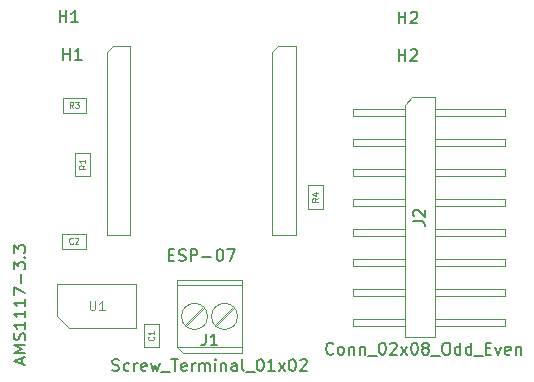
<source format=gbr>
G04 #@! TF.GenerationSoftware,KiCad,Pcbnew,(6.0.10-0)*
G04 #@! TF.CreationDate,2023-01-01T02:05:10-05:00*
G04 #@! TF.ProjectId,8CT-PowerMeter,3843542d-506f-4776-9572-4d657465722e,rev?*
G04 #@! TF.SameCoordinates,Original*
G04 #@! TF.FileFunction,AssemblyDrawing,Top*
%FSLAX46Y46*%
G04 Gerber Fmt 4.6, Leading zero omitted, Abs format (unit mm)*
G04 Created by KiCad (PCBNEW (6.0.10-0)) date 2023-01-01 02:05:10*
%MOMM*%
%LPD*%
G01*
G04 APERTURE LIST*
%ADD10C,0.080000*%
%ADD11C,0.150000*%
%ADD12C,0.120000*%
%ADD13C,0.100000*%
G04 APERTURE END LIST*
D10*
X139166666Y-86478571D02*
X139142857Y-86502380D01*
X139071428Y-86526190D01*
X139023809Y-86526190D01*
X138952380Y-86502380D01*
X138904761Y-86454761D01*
X138880952Y-86407142D01*
X138857142Y-86311904D01*
X138857142Y-86240476D01*
X138880952Y-86145238D01*
X138904761Y-86097619D01*
X138952380Y-86050000D01*
X139023809Y-86026190D01*
X139071428Y-86026190D01*
X139142857Y-86050000D01*
X139166666Y-86073809D01*
X139357142Y-86073809D02*
X139380952Y-86050000D01*
X139428571Y-86026190D01*
X139547619Y-86026190D01*
X139595238Y-86050000D01*
X139619047Y-86073809D01*
X139642857Y-86121428D01*
X139642857Y-86169047D01*
X139619047Y-86240476D01*
X139333333Y-86526190D01*
X139642857Y-86526190D01*
X139216666Y-75026190D02*
X139050000Y-74788095D01*
X138930952Y-75026190D02*
X138930952Y-74526190D01*
X139121428Y-74526190D01*
X139169047Y-74550000D01*
X139192857Y-74573809D01*
X139216666Y-74621428D01*
X139216666Y-74692857D01*
X139192857Y-74740476D01*
X139169047Y-74764285D01*
X139121428Y-74788095D01*
X138930952Y-74788095D01*
X139383333Y-74526190D02*
X139692857Y-74526190D01*
X139526190Y-74716666D01*
X139597619Y-74716666D01*
X139645238Y-74740476D01*
X139669047Y-74764285D01*
X139692857Y-74811904D01*
X139692857Y-74930952D01*
X139669047Y-74978571D01*
X139645238Y-75002380D01*
X139597619Y-75026190D01*
X139454761Y-75026190D01*
X139407142Y-75002380D01*
X139383333Y-74978571D01*
X159944190Y-82658333D02*
X159706095Y-82825000D01*
X159944190Y-82944047D02*
X159444190Y-82944047D01*
X159444190Y-82753571D01*
X159468000Y-82705952D01*
X159491809Y-82682142D01*
X159539428Y-82658333D01*
X159610857Y-82658333D01*
X159658476Y-82682142D01*
X159682285Y-82705952D01*
X159706095Y-82753571D01*
X159706095Y-82944047D01*
X159610857Y-82229761D02*
X159944190Y-82229761D01*
X159420380Y-82348809D02*
X159777523Y-82467857D01*
X159777523Y-82158333D01*
X140226190Y-79883333D02*
X139988095Y-80050000D01*
X140226190Y-80169047D02*
X139726190Y-80169047D01*
X139726190Y-79978571D01*
X139750000Y-79930952D01*
X139773809Y-79907142D01*
X139821428Y-79883333D01*
X139892857Y-79883333D01*
X139940476Y-79907142D01*
X139964285Y-79930952D01*
X139988095Y-79978571D01*
X139988095Y-80169047D01*
X140226190Y-79407142D02*
X140226190Y-79692857D01*
X140226190Y-79550000D02*
X139726190Y-79550000D01*
X139797619Y-79597619D01*
X139845238Y-79645238D01*
X139869047Y-79692857D01*
D11*
X134866666Y-96650000D02*
X134866666Y-96173809D01*
X135152380Y-96745238D02*
X134152380Y-96411904D01*
X135152380Y-96078571D01*
X135152380Y-95745238D02*
X134152380Y-95745238D01*
X134866666Y-95411904D01*
X134152380Y-95078571D01*
X135152380Y-95078571D01*
X135104761Y-94650000D02*
X135152380Y-94507142D01*
X135152380Y-94269047D01*
X135104761Y-94173809D01*
X135057142Y-94126190D01*
X134961904Y-94078571D01*
X134866666Y-94078571D01*
X134771428Y-94126190D01*
X134723809Y-94173809D01*
X134676190Y-94269047D01*
X134628571Y-94459523D01*
X134580952Y-94554761D01*
X134533333Y-94602380D01*
X134438095Y-94650000D01*
X134342857Y-94650000D01*
X134247619Y-94602380D01*
X134200000Y-94554761D01*
X134152380Y-94459523D01*
X134152380Y-94221428D01*
X134200000Y-94078571D01*
X135152380Y-93126190D02*
X135152380Y-93697619D01*
X135152380Y-93411904D02*
X134152380Y-93411904D01*
X134295238Y-93507142D01*
X134390476Y-93602380D01*
X134438095Y-93697619D01*
X135152380Y-92173809D02*
X135152380Y-92745238D01*
X135152380Y-92459523D02*
X134152380Y-92459523D01*
X134295238Y-92554761D01*
X134390476Y-92650000D01*
X134438095Y-92745238D01*
X135152380Y-91221428D02*
X135152380Y-91792857D01*
X135152380Y-91507142D02*
X134152380Y-91507142D01*
X134295238Y-91602380D01*
X134390476Y-91697619D01*
X134438095Y-91792857D01*
X134152380Y-90888095D02*
X134152380Y-90221428D01*
X135152380Y-90650000D01*
X134771428Y-89840476D02*
X134771428Y-89078571D01*
X134152380Y-88697619D02*
X134152380Y-88078571D01*
X134533333Y-88411904D01*
X134533333Y-88269047D01*
X134580952Y-88173809D01*
X134628571Y-88126190D01*
X134723809Y-88078571D01*
X134961904Y-88078571D01*
X135057142Y-88126190D01*
X135104761Y-88173809D01*
X135152380Y-88269047D01*
X135152380Y-88554761D01*
X135104761Y-88650000D01*
X135057142Y-88697619D01*
X135057142Y-87650000D02*
X135104761Y-87602380D01*
X135152380Y-87650000D01*
X135104761Y-87697619D01*
X135057142Y-87650000D01*
X135152380Y-87650000D01*
X134152380Y-87269047D02*
X134152380Y-86650000D01*
X134533333Y-86983333D01*
X134533333Y-86840476D01*
X134580952Y-86745238D01*
X134628571Y-86697619D01*
X134723809Y-86650000D01*
X134961904Y-86650000D01*
X135057142Y-86697619D01*
X135104761Y-86745238D01*
X135152380Y-86840476D01*
X135152380Y-87126190D01*
X135104761Y-87221428D01*
X135057142Y-87269047D01*
D12*
X140590476Y-91361904D02*
X140590476Y-92009523D01*
X140628571Y-92085714D01*
X140666666Y-92123809D01*
X140742857Y-92161904D01*
X140895238Y-92161904D01*
X140971428Y-92123809D01*
X141009523Y-92085714D01*
X141047619Y-92009523D01*
X141047619Y-91361904D01*
X141847619Y-92161904D02*
X141390476Y-92161904D01*
X141619047Y-92161904D02*
X141619047Y-91361904D01*
X141542857Y-91476190D01*
X141466666Y-91552380D01*
X141390476Y-91590476D01*
D11*
X142505904Y-97236761D02*
X142648761Y-97284380D01*
X142886857Y-97284380D01*
X142982095Y-97236761D01*
X143029714Y-97189142D01*
X143077333Y-97093904D01*
X143077333Y-96998666D01*
X143029714Y-96903428D01*
X142982095Y-96855809D01*
X142886857Y-96808190D01*
X142696380Y-96760571D01*
X142601142Y-96712952D01*
X142553523Y-96665333D01*
X142505904Y-96570095D01*
X142505904Y-96474857D01*
X142553523Y-96379619D01*
X142601142Y-96332000D01*
X142696380Y-96284380D01*
X142934476Y-96284380D01*
X143077333Y-96332000D01*
X143934476Y-97236761D02*
X143839238Y-97284380D01*
X143648761Y-97284380D01*
X143553523Y-97236761D01*
X143505904Y-97189142D01*
X143458285Y-97093904D01*
X143458285Y-96808190D01*
X143505904Y-96712952D01*
X143553523Y-96665333D01*
X143648761Y-96617714D01*
X143839238Y-96617714D01*
X143934476Y-96665333D01*
X144363047Y-97284380D02*
X144363047Y-96617714D01*
X144363047Y-96808190D02*
X144410666Y-96712952D01*
X144458285Y-96665333D01*
X144553523Y-96617714D01*
X144648761Y-96617714D01*
X145363047Y-97236761D02*
X145267809Y-97284380D01*
X145077333Y-97284380D01*
X144982095Y-97236761D01*
X144934476Y-97141523D01*
X144934476Y-96760571D01*
X144982095Y-96665333D01*
X145077333Y-96617714D01*
X145267809Y-96617714D01*
X145363047Y-96665333D01*
X145410666Y-96760571D01*
X145410666Y-96855809D01*
X144934476Y-96951047D01*
X145744000Y-96617714D02*
X145934476Y-97284380D01*
X146124952Y-96808190D01*
X146315428Y-97284380D01*
X146505904Y-96617714D01*
X146648761Y-97379619D02*
X147410666Y-97379619D01*
X147505904Y-96284380D02*
X148077333Y-96284380D01*
X147791619Y-97284380D02*
X147791619Y-96284380D01*
X148791619Y-97236761D02*
X148696380Y-97284380D01*
X148505904Y-97284380D01*
X148410666Y-97236761D01*
X148363047Y-97141523D01*
X148363047Y-96760571D01*
X148410666Y-96665333D01*
X148505904Y-96617714D01*
X148696380Y-96617714D01*
X148791619Y-96665333D01*
X148839238Y-96760571D01*
X148839238Y-96855809D01*
X148363047Y-96951047D01*
X149267809Y-97284380D02*
X149267809Y-96617714D01*
X149267809Y-96808190D02*
X149315428Y-96712952D01*
X149363047Y-96665333D01*
X149458285Y-96617714D01*
X149553523Y-96617714D01*
X149886857Y-97284380D02*
X149886857Y-96617714D01*
X149886857Y-96712952D02*
X149934476Y-96665333D01*
X150029714Y-96617714D01*
X150172571Y-96617714D01*
X150267809Y-96665333D01*
X150315428Y-96760571D01*
X150315428Y-97284380D01*
X150315428Y-96760571D02*
X150363047Y-96665333D01*
X150458285Y-96617714D01*
X150601142Y-96617714D01*
X150696380Y-96665333D01*
X150744000Y-96760571D01*
X150744000Y-97284380D01*
X151220190Y-97284380D02*
X151220190Y-96617714D01*
X151220190Y-96284380D02*
X151172571Y-96332000D01*
X151220190Y-96379619D01*
X151267809Y-96332000D01*
X151220190Y-96284380D01*
X151220190Y-96379619D01*
X151696380Y-96617714D02*
X151696380Y-97284380D01*
X151696380Y-96712952D02*
X151744000Y-96665333D01*
X151839238Y-96617714D01*
X151982095Y-96617714D01*
X152077333Y-96665333D01*
X152124952Y-96760571D01*
X152124952Y-97284380D01*
X153029714Y-97284380D02*
X153029714Y-96760571D01*
X152982095Y-96665333D01*
X152886857Y-96617714D01*
X152696380Y-96617714D01*
X152601142Y-96665333D01*
X153029714Y-97236761D02*
X152934476Y-97284380D01*
X152696380Y-97284380D01*
X152601142Y-97236761D01*
X152553523Y-97141523D01*
X152553523Y-97046285D01*
X152601142Y-96951047D01*
X152696380Y-96903428D01*
X152934476Y-96903428D01*
X153029714Y-96855809D01*
X153648761Y-97284380D02*
X153553523Y-97236761D01*
X153505904Y-97141523D01*
X153505904Y-96284380D01*
X153791619Y-97379619D02*
X154553523Y-97379619D01*
X154982095Y-96284380D02*
X155077333Y-96284380D01*
X155172571Y-96332000D01*
X155220190Y-96379619D01*
X155267809Y-96474857D01*
X155315428Y-96665333D01*
X155315428Y-96903428D01*
X155267809Y-97093904D01*
X155220190Y-97189142D01*
X155172571Y-97236761D01*
X155077333Y-97284380D01*
X154982095Y-97284380D01*
X154886857Y-97236761D01*
X154839238Y-97189142D01*
X154791619Y-97093904D01*
X154744000Y-96903428D01*
X154744000Y-96665333D01*
X154791619Y-96474857D01*
X154839238Y-96379619D01*
X154886857Y-96332000D01*
X154982095Y-96284380D01*
X156267809Y-97284380D02*
X155696380Y-97284380D01*
X155982095Y-97284380D02*
X155982095Y-96284380D01*
X155886857Y-96427238D01*
X155791619Y-96522476D01*
X155696380Y-96570095D01*
X156601142Y-97284380D02*
X157124952Y-96617714D01*
X156601142Y-96617714D02*
X157124952Y-97284380D01*
X157696380Y-96284380D02*
X157791619Y-96284380D01*
X157886857Y-96332000D01*
X157934476Y-96379619D01*
X157982095Y-96474857D01*
X158029714Y-96665333D01*
X158029714Y-96903428D01*
X157982095Y-97093904D01*
X157934476Y-97189142D01*
X157886857Y-97236761D01*
X157791619Y-97284380D01*
X157696380Y-97284380D01*
X157601142Y-97236761D01*
X157553523Y-97189142D01*
X157505904Y-97093904D01*
X157458285Y-96903428D01*
X157458285Y-96665333D01*
X157505904Y-96474857D01*
X157553523Y-96379619D01*
X157601142Y-96332000D01*
X157696380Y-96284380D01*
X158410666Y-96379619D02*
X158458285Y-96332000D01*
X158553523Y-96284380D01*
X158791619Y-96284380D01*
X158886857Y-96332000D01*
X158934476Y-96379619D01*
X158982095Y-96474857D01*
X158982095Y-96570095D01*
X158934476Y-96712952D01*
X158363047Y-97284380D01*
X158982095Y-97284380D01*
X150410666Y-94124380D02*
X150410666Y-94838666D01*
X150363047Y-94981523D01*
X150267809Y-95076761D01*
X150124952Y-95124380D01*
X150029714Y-95124380D01*
X151410666Y-95124380D02*
X150839238Y-95124380D01*
X151124952Y-95124380D02*
X151124952Y-94124380D01*
X151029714Y-94267238D01*
X150934476Y-94362476D01*
X150839238Y-94410095D01*
D10*
X145978571Y-94383333D02*
X146002380Y-94407142D01*
X146026190Y-94478571D01*
X146026190Y-94526190D01*
X146002380Y-94597619D01*
X145954761Y-94645238D01*
X145907142Y-94669047D01*
X145811904Y-94692857D01*
X145740476Y-94692857D01*
X145645238Y-94669047D01*
X145597619Y-94645238D01*
X145550000Y-94597619D01*
X145526190Y-94526190D01*
X145526190Y-94478571D01*
X145550000Y-94407142D01*
X145573809Y-94383333D01*
X146026190Y-93907142D02*
X146026190Y-94192857D01*
X146026190Y-94050000D02*
X145526190Y-94050000D01*
X145597619Y-94097619D01*
X145645238Y-94145238D01*
X145669047Y-94192857D01*
D11*
X147283095Y-87458571D02*
X147616428Y-87458571D01*
X147759285Y-87982380D02*
X147283095Y-87982380D01*
X147283095Y-86982380D01*
X147759285Y-86982380D01*
X148140238Y-87934761D02*
X148283095Y-87982380D01*
X148521190Y-87982380D01*
X148616428Y-87934761D01*
X148664047Y-87887142D01*
X148711666Y-87791904D01*
X148711666Y-87696666D01*
X148664047Y-87601428D01*
X148616428Y-87553809D01*
X148521190Y-87506190D01*
X148330714Y-87458571D01*
X148235476Y-87410952D01*
X148187857Y-87363333D01*
X148140238Y-87268095D01*
X148140238Y-87172857D01*
X148187857Y-87077619D01*
X148235476Y-87030000D01*
X148330714Y-86982380D01*
X148568809Y-86982380D01*
X148711666Y-87030000D01*
X149140238Y-87982380D02*
X149140238Y-86982380D01*
X149521190Y-86982380D01*
X149616428Y-87030000D01*
X149664047Y-87077619D01*
X149711666Y-87172857D01*
X149711666Y-87315714D01*
X149664047Y-87410952D01*
X149616428Y-87458571D01*
X149521190Y-87506190D01*
X149140238Y-87506190D01*
X150140238Y-87601428D02*
X150902142Y-87601428D01*
X151568809Y-86982380D02*
X151664047Y-86982380D01*
X151759285Y-87030000D01*
X151806904Y-87077619D01*
X151854523Y-87172857D01*
X151902142Y-87363333D01*
X151902142Y-87601428D01*
X151854523Y-87791904D01*
X151806904Y-87887142D01*
X151759285Y-87934761D01*
X151664047Y-87982380D01*
X151568809Y-87982380D01*
X151473571Y-87934761D01*
X151425952Y-87887142D01*
X151378333Y-87791904D01*
X151330714Y-87601428D01*
X151330714Y-87363333D01*
X151378333Y-87172857D01*
X151425952Y-87077619D01*
X151473571Y-87030000D01*
X151568809Y-86982380D01*
X152235476Y-86982380D02*
X152902142Y-86982380D01*
X152473571Y-87982380D01*
X166760295Y-67859380D02*
X166760295Y-66859380D01*
X166760295Y-67335571D02*
X167331723Y-67335571D01*
X167331723Y-67859380D02*
X167331723Y-66859380D01*
X167760295Y-66954619D02*
X167807914Y-66907000D01*
X167903152Y-66859380D01*
X168141247Y-66859380D01*
X168236485Y-66907000D01*
X168284104Y-66954619D01*
X168331723Y-67049857D01*
X168331723Y-67145095D01*
X168284104Y-67287952D01*
X167712676Y-67859380D01*
X168331723Y-67859380D01*
X166760295Y-71059380D02*
X166760295Y-70059380D01*
X166760295Y-70535571D02*
X167331723Y-70535571D01*
X167331723Y-71059380D02*
X167331723Y-70059380D01*
X167760295Y-70154619D02*
X167807914Y-70107000D01*
X167903152Y-70059380D01*
X168141247Y-70059380D01*
X168236485Y-70107000D01*
X168284104Y-70154619D01*
X168331723Y-70249857D01*
X168331723Y-70345095D01*
X168284104Y-70487952D01*
X167712676Y-71059380D01*
X168331723Y-71059380D01*
X161224142Y-95807142D02*
X161176523Y-95854761D01*
X161033666Y-95902380D01*
X160938428Y-95902380D01*
X160795571Y-95854761D01*
X160700333Y-95759523D01*
X160652714Y-95664285D01*
X160605095Y-95473809D01*
X160605095Y-95330952D01*
X160652714Y-95140476D01*
X160700333Y-95045238D01*
X160795571Y-94950000D01*
X160938428Y-94902380D01*
X161033666Y-94902380D01*
X161176523Y-94950000D01*
X161224142Y-94997619D01*
X161795571Y-95902380D02*
X161700333Y-95854761D01*
X161652714Y-95807142D01*
X161605095Y-95711904D01*
X161605095Y-95426190D01*
X161652714Y-95330952D01*
X161700333Y-95283333D01*
X161795571Y-95235714D01*
X161938428Y-95235714D01*
X162033666Y-95283333D01*
X162081285Y-95330952D01*
X162128904Y-95426190D01*
X162128904Y-95711904D01*
X162081285Y-95807142D01*
X162033666Y-95854761D01*
X161938428Y-95902380D01*
X161795571Y-95902380D01*
X162557476Y-95235714D02*
X162557476Y-95902380D01*
X162557476Y-95330952D02*
X162605095Y-95283333D01*
X162700333Y-95235714D01*
X162843190Y-95235714D01*
X162938428Y-95283333D01*
X162986047Y-95378571D01*
X162986047Y-95902380D01*
X163462238Y-95235714D02*
X163462238Y-95902380D01*
X163462238Y-95330952D02*
X163509857Y-95283333D01*
X163605095Y-95235714D01*
X163747952Y-95235714D01*
X163843190Y-95283333D01*
X163890809Y-95378571D01*
X163890809Y-95902380D01*
X164128904Y-95997619D02*
X164890809Y-95997619D01*
X165319380Y-94902380D02*
X165414619Y-94902380D01*
X165509857Y-94950000D01*
X165557476Y-94997619D01*
X165605095Y-95092857D01*
X165652714Y-95283333D01*
X165652714Y-95521428D01*
X165605095Y-95711904D01*
X165557476Y-95807142D01*
X165509857Y-95854761D01*
X165414619Y-95902380D01*
X165319380Y-95902380D01*
X165224142Y-95854761D01*
X165176523Y-95807142D01*
X165128904Y-95711904D01*
X165081285Y-95521428D01*
X165081285Y-95283333D01*
X165128904Y-95092857D01*
X165176523Y-94997619D01*
X165224142Y-94950000D01*
X165319380Y-94902380D01*
X166033666Y-94997619D02*
X166081285Y-94950000D01*
X166176523Y-94902380D01*
X166414619Y-94902380D01*
X166509857Y-94950000D01*
X166557476Y-94997619D01*
X166605095Y-95092857D01*
X166605095Y-95188095D01*
X166557476Y-95330952D01*
X165986047Y-95902380D01*
X166605095Y-95902380D01*
X166938428Y-95902380D02*
X167462238Y-95235714D01*
X166938428Y-95235714D02*
X167462238Y-95902380D01*
X168033666Y-94902380D02*
X168128904Y-94902380D01*
X168224142Y-94950000D01*
X168271761Y-94997619D01*
X168319380Y-95092857D01*
X168367000Y-95283333D01*
X168367000Y-95521428D01*
X168319380Y-95711904D01*
X168271761Y-95807142D01*
X168224142Y-95854761D01*
X168128904Y-95902380D01*
X168033666Y-95902380D01*
X167938428Y-95854761D01*
X167890809Y-95807142D01*
X167843190Y-95711904D01*
X167795571Y-95521428D01*
X167795571Y-95283333D01*
X167843190Y-95092857D01*
X167890809Y-94997619D01*
X167938428Y-94950000D01*
X168033666Y-94902380D01*
X168938428Y-95330952D02*
X168843190Y-95283333D01*
X168795571Y-95235714D01*
X168747952Y-95140476D01*
X168747952Y-95092857D01*
X168795571Y-94997619D01*
X168843190Y-94950000D01*
X168938428Y-94902380D01*
X169128904Y-94902380D01*
X169224142Y-94950000D01*
X169271761Y-94997619D01*
X169319380Y-95092857D01*
X169319380Y-95140476D01*
X169271761Y-95235714D01*
X169224142Y-95283333D01*
X169128904Y-95330952D01*
X168938428Y-95330952D01*
X168843190Y-95378571D01*
X168795571Y-95426190D01*
X168747952Y-95521428D01*
X168747952Y-95711904D01*
X168795571Y-95807142D01*
X168843190Y-95854761D01*
X168938428Y-95902380D01*
X169128904Y-95902380D01*
X169224142Y-95854761D01*
X169271761Y-95807142D01*
X169319380Y-95711904D01*
X169319380Y-95521428D01*
X169271761Y-95426190D01*
X169224142Y-95378571D01*
X169128904Y-95330952D01*
X169509857Y-95997619D02*
X170271761Y-95997619D01*
X170700333Y-94902380D02*
X170890809Y-94902380D01*
X170986047Y-94950000D01*
X171081285Y-95045238D01*
X171128904Y-95235714D01*
X171128904Y-95569047D01*
X171081285Y-95759523D01*
X170986047Y-95854761D01*
X170890809Y-95902380D01*
X170700333Y-95902380D01*
X170605095Y-95854761D01*
X170509857Y-95759523D01*
X170462238Y-95569047D01*
X170462238Y-95235714D01*
X170509857Y-95045238D01*
X170605095Y-94950000D01*
X170700333Y-94902380D01*
X171986047Y-95902380D02*
X171986047Y-94902380D01*
X171986047Y-95854761D02*
X171890809Y-95902380D01*
X171700333Y-95902380D01*
X171605095Y-95854761D01*
X171557476Y-95807142D01*
X171509857Y-95711904D01*
X171509857Y-95426190D01*
X171557476Y-95330952D01*
X171605095Y-95283333D01*
X171700333Y-95235714D01*
X171890809Y-95235714D01*
X171986047Y-95283333D01*
X172890809Y-95902380D02*
X172890809Y-94902380D01*
X172890809Y-95854761D02*
X172795571Y-95902380D01*
X172605095Y-95902380D01*
X172509857Y-95854761D01*
X172462238Y-95807142D01*
X172414619Y-95711904D01*
X172414619Y-95426190D01*
X172462238Y-95330952D01*
X172509857Y-95283333D01*
X172605095Y-95235714D01*
X172795571Y-95235714D01*
X172890809Y-95283333D01*
X173128904Y-95997619D02*
X173890809Y-95997619D01*
X174128904Y-95378571D02*
X174462238Y-95378571D01*
X174605095Y-95902380D02*
X174128904Y-95902380D01*
X174128904Y-94902380D01*
X174605095Y-94902380D01*
X174938428Y-95235714D02*
X175176523Y-95902380D01*
X175414619Y-95235714D01*
X176176523Y-95854761D02*
X176081285Y-95902380D01*
X175890809Y-95902380D01*
X175795571Y-95854761D01*
X175747952Y-95759523D01*
X175747952Y-95378571D01*
X175795571Y-95283333D01*
X175890809Y-95235714D01*
X176081285Y-95235714D01*
X176176523Y-95283333D01*
X176224142Y-95378571D01*
X176224142Y-95473809D01*
X175747952Y-95569047D01*
X176652714Y-95235714D02*
X176652714Y-95902380D01*
X176652714Y-95330952D02*
X176700333Y-95283333D01*
X176795571Y-95235714D01*
X176938428Y-95235714D01*
X177033666Y-95283333D01*
X177081285Y-95378571D01*
X177081285Y-95902380D01*
X167974380Y-84623333D02*
X168688666Y-84623333D01*
X168831523Y-84670952D01*
X168926761Y-84766190D01*
X168974380Y-84909047D01*
X168974380Y-85004285D01*
X168069619Y-84194761D02*
X168022000Y-84147142D01*
X167974380Y-84051904D01*
X167974380Y-83813809D01*
X168022000Y-83718571D01*
X168069619Y-83670952D01*
X168164857Y-83623333D01*
X168260095Y-83623333D01*
X168402952Y-83670952D01*
X168974380Y-84242380D01*
X168974380Y-83623333D01*
X138038095Y-67752380D02*
X138038095Y-66752380D01*
X138038095Y-67228571D02*
X138609523Y-67228571D01*
X138609523Y-67752380D02*
X138609523Y-66752380D01*
X139609523Y-67752380D02*
X139038095Y-67752380D01*
X139323809Y-67752380D02*
X139323809Y-66752380D01*
X139228571Y-66895238D01*
X139133333Y-66990476D01*
X139038095Y-67038095D01*
X138338095Y-70952380D02*
X138338095Y-69952380D01*
X138338095Y-70428571D02*
X138909523Y-70428571D01*
X138909523Y-70952380D02*
X138909523Y-69952380D01*
X139909523Y-70952380D02*
X139338095Y-70952380D01*
X139623809Y-70952380D02*
X139623809Y-69952380D01*
X139528571Y-70095238D01*
X139433333Y-70190476D01*
X139338095Y-70238095D01*
D13*
X140250000Y-85675000D02*
X140250000Y-86925000D01*
X140250000Y-86925000D02*
X138250000Y-86925000D01*
X138250000Y-86925000D02*
X138250000Y-85675000D01*
X138250000Y-85675000D02*
X140250000Y-85675000D01*
X138300000Y-74175000D02*
X140300000Y-74175000D01*
X140300000Y-75425000D02*
X138300000Y-75425000D01*
X138300000Y-75425000D02*
X138300000Y-74175000D01*
X140300000Y-74175000D02*
X140300000Y-75425000D01*
X159093000Y-83575000D02*
X159093000Y-81575000D01*
X160343000Y-81575000D02*
X160343000Y-83575000D01*
X159093000Y-81575000D02*
X160343000Y-81575000D01*
X160343000Y-83575000D02*
X159093000Y-83575000D01*
X139375000Y-80800000D02*
X139375000Y-78800000D01*
X139375000Y-78800000D02*
X140625000Y-78800000D01*
X140625000Y-78800000D02*
X140625000Y-80800000D01*
X140625000Y-80800000D02*
X139375000Y-80800000D01*
X137850000Y-89950000D02*
X144550000Y-89950000D01*
X137850000Y-92650000D02*
X137850000Y-89950000D01*
X138850000Y-93650000D02*
X144550000Y-93650000D01*
X138850000Y-93650000D02*
X137850000Y-92650000D01*
X144550000Y-93650000D02*
X144550000Y-89950000D01*
X147974000Y-95272000D02*
X147974000Y-89572000D01*
X153514000Y-95772000D02*
X148474000Y-95772000D01*
X152715000Y-91837000D02*
X151180000Y-93372000D01*
X147974000Y-89572000D02*
X153514000Y-89572000D01*
X153514000Y-89572000D02*
X153514000Y-95772000D01*
X147974000Y-89972000D02*
X153514000Y-89972000D01*
X150309000Y-91972000D02*
X148773000Y-93507000D01*
X150175000Y-91837000D02*
X148639000Y-93372000D01*
X148474000Y-95772000D02*
X147974000Y-95272000D01*
X147974000Y-95272000D02*
X153514000Y-95272000D01*
X152849000Y-91972000D02*
X151314000Y-93507000D01*
X150574000Y-92672000D02*
G75*
G03*
X150574000Y-92672000I-1100000J0D01*
G01*
X153114000Y-92672000D02*
G75*
G03*
X153114000Y-92672000I-1100000J0D01*
G01*
X145175000Y-93300000D02*
X146425000Y-93300000D01*
X146425000Y-93300000D02*
X146425000Y-95300000D01*
X146425000Y-95300000D02*
X145175000Y-95300000D01*
X145175000Y-95300000D02*
X145175000Y-93300000D01*
X158045000Y-69780000D02*
X158045000Y-85780000D01*
X142045000Y-85780000D02*
X142045000Y-70280000D01*
X156045000Y-85780000D02*
X156045000Y-70280000D01*
X158045000Y-85780000D02*
X156045000Y-85780000D01*
X142545000Y-69780000D02*
X144045000Y-69780000D01*
X144045000Y-85780000D02*
X142045000Y-85780000D01*
X156545000Y-69780000D02*
X158045000Y-69780000D01*
X144045000Y-69780000D02*
X144045000Y-85780000D01*
X142045000Y-70280000D02*
X142545000Y-69780000D01*
X156045000Y-70280000D02*
X156545000Y-69780000D01*
X169792000Y-92860000D02*
X175792000Y-92860000D01*
X175792000Y-75080000D02*
X175792000Y-75720000D01*
X162892000Y-85240000D02*
X167252000Y-85240000D01*
X169792000Y-75080000D02*
X175792000Y-75080000D01*
X169792000Y-88420000D02*
X175792000Y-88420000D01*
X169792000Y-85880000D02*
X175792000Y-85880000D01*
X169792000Y-90320000D02*
X175792000Y-90320000D01*
X162892000Y-90960000D02*
X167252000Y-90960000D01*
X169792000Y-93500000D02*
X175792000Y-93500000D01*
X169792000Y-83340000D02*
X175792000Y-83340000D01*
X169792000Y-85240000D02*
X175792000Y-85240000D01*
X162892000Y-87780000D02*
X162892000Y-88420000D01*
X169792000Y-80800000D02*
X175792000Y-80800000D01*
X162892000Y-87780000D02*
X167252000Y-87780000D01*
X169792000Y-77620000D02*
X175792000Y-77620000D01*
X162892000Y-82700000D02*
X167252000Y-82700000D01*
X162892000Y-82700000D02*
X162892000Y-83340000D01*
X169792000Y-87780000D02*
X175792000Y-87780000D01*
X169792000Y-90960000D02*
X175792000Y-90960000D01*
X162892000Y-85240000D02*
X162892000Y-85880000D01*
X162892000Y-75080000D02*
X162892000Y-75720000D01*
X162892000Y-90320000D02*
X167252000Y-90320000D01*
X162892000Y-77620000D02*
X167252000Y-77620000D01*
X162892000Y-83340000D02*
X167252000Y-83340000D01*
X175792000Y-77620000D02*
X175792000Y-78260000D01*
X162892000Y-78260000D02*
X167252000Y-78260000D01*
X169792000Y-74130000D02*
X169792000Y-94450000D01*
X162892000Y-80800000D02*
X167252000Y-80800000D01*
X162892000Y-90320000D02*
X162892000Y-90960000D01*
X169792000Y-80160000D02*
X175792000Y-80160000D01*
X162892000Y-80160000D02*
X162892000Y-80800000D01*
X162892000Y-88420000D02*
X167252000Y-88420000D01*
X162892000Y-75720000D02*
X167252000Y-75720000D01*
X167887000Y-74130000D02*
X169792000Y-74130000D01*
X167252000Y-74765000D02*
X167887000Y-74130000D01*
X162892000Y-77620000D02*
X162892000Y-78260000D01*
X175792000Y-87780000D02*
X175792000Y-88420000D01*
X175792000Y-82700000D02*
X175792000Y-83340000D01*
X175792000Y-92860000D02*
X175792000Y-93500000D01*
X162892000Y-92860000D02*
X162892000Y-93500000D01*
X162892000Y-80160000D02*
X167252000Y-80160000D01*
X175792000Y-90320000D02*
X175792000Y-90960000D01*
X162892000Y-85880000D02*
X167252000Y-85880000D01*
X169792000Y-75720000D02*
X175792000Y-75720000D01*
X175792000Y-80160000D02*
X175792000Y-80800000D01*
X167252000Y-94450000D02*
X167252000Y-74765000D01*
X162892000Y-92860000D02*
X167252000Y-92860000D01*
X162892000Y-75080000D02*
X167252000Y-75080000D01*
X162892000Y-93500000D02*
X167252000Y-93500000D01*
X169792000Y-82700000D02*
X175792000Y-82700000D01*
X175792000Y-85240000D02*
X175792000Y-85880000D01*
X169792000Y-94450000D02*
X167252000Y-94450000D01*
X169792000Y-78260000D02*
X175792000Y-78260000D01*
M02*

</source>
